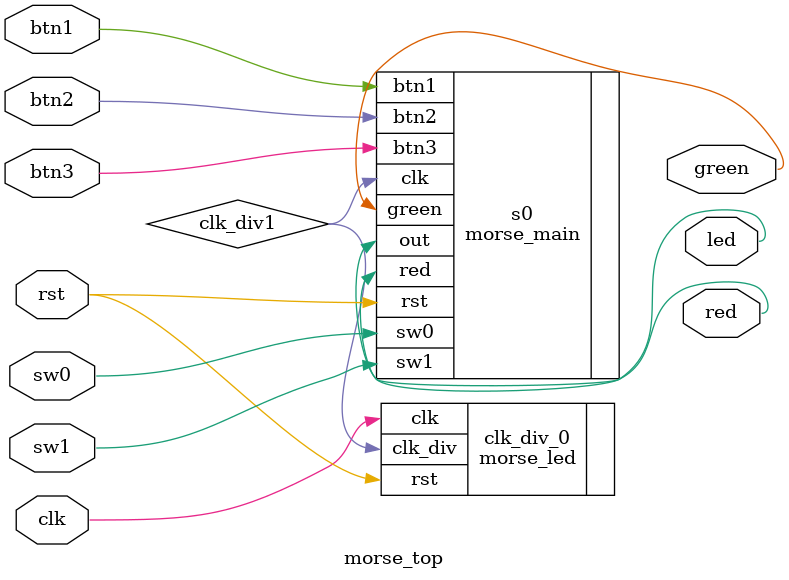
<source format=v>
module morse_top(
    input   clk   ,
    input   rst   ,
    input    sw0,sw1,btn1,btn2,btn3,
    output  led,
    output green,red
    );
    
    wire    clk_div1 ;
    
    morse_main s0(
    .clk    (clk_div1),
	.rst	(rst),
    .sw0   (sw0),
    .sw1   (sw1),
    .btn1   (btn1),
    .btn2   (btn2),
    .btn3   (btn3),
    .out    (led),
    .green  (green),
    .red    (red),
    );
    
    morse_led clk_div_0(
    .clk    (clk),
    .rst    (rst),
    .clk_div    (clk_div1)
    );
    
    
endmodule

</source>
